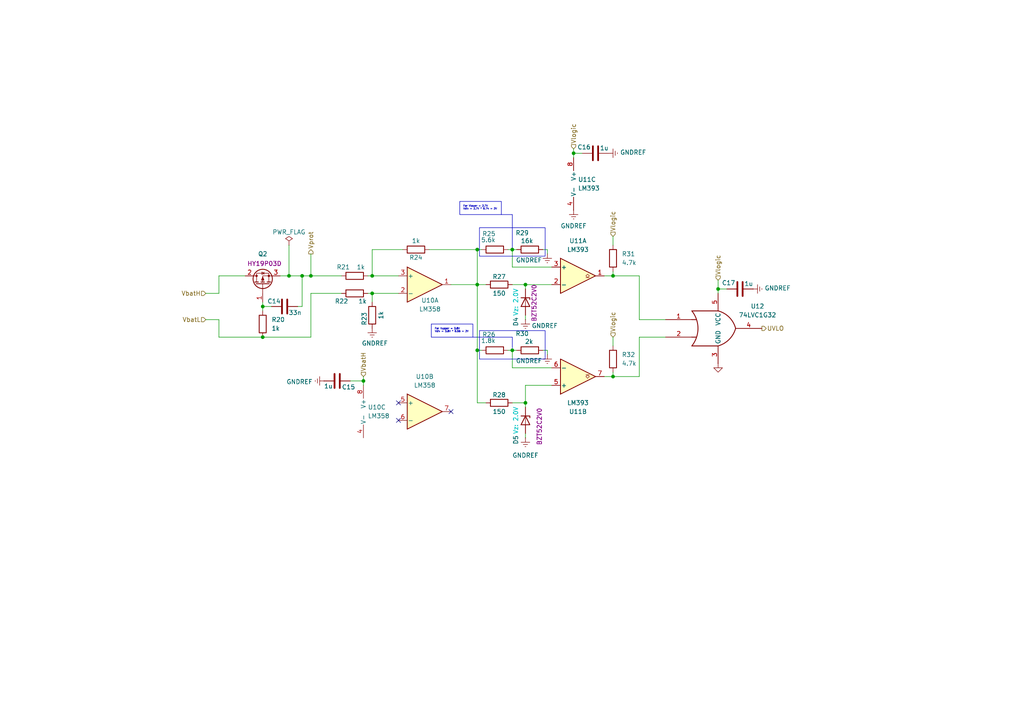
<source format=kicad_sch>
(kicad_sch (version 20250114) (generator "eeschema") (generator_version "9.0")
  (paper "A4")
  (lib_symbols
    (symbol "74xGxx:74LVC1G32"
      (property "Reference" "U" (at -5.08 7.62 0))
      (property "Value" "74LVC1G32" (at 7.62 -7.62 0))
      (symbol "74LVC1G32_0_1"
        (arc (start -7.62 5.08) (mid -5.838 0) (end -7.62 -5.08) (stroke (width 0.254)))
        (polyline (pts (xy -7.62 2.54) (xy -6.35 2.54)) (stroke (width 0.254)) (fill (type background)))
        (polyline (pts (xy -7.62 -2.54) (xy -6.35 -2.54)) (stroke (width 0.254)) (fill (type background)))
        (arc (start 5.08 0) (mid 3.202 -3.202) (end 0 -5.08) (stroke (width 0.254)))
        (arc (start 0 5.08) (mid 3.2271 3.2271) (end 5.08 0) (stroke (width 0.254)))
        (polyline (pts (xy 0 5.08) (xy -7.62 5.08)) (stroke (width 0.254)) (fill (type background)))
        (polyline (pts (xy 0 -5.08) (xy -7.62 -5.08)) (stroke (width 0.254)) (fill (type background)))
      )
      (symbol "74LVC1G32_1_1"
        (pin input line (at -15.24 2.54 0) (length 7.62) (name "~") (number "1"))
        (pin input line (at -15.24 -2.54 0) (length 7.62) (name "~") (number "2"))
        (pin power_in line (at 0 10.16 270) (length 5.08) (name "VCC") (number "5"))
        (pin power_in line (at 0 -10.16 90) (length 5.08) (name "GND") (number "3"))
        (pin output line (at 12.7 0 180) (length 7.62) (name "~") (number "4"))
      )
    )
    (symbol "Amplifier_Operational:LM358" (pin_names (offset 0.127))
      (property "Reference" "U" (at 0 5.08 0))
      (property "Value" "LM358" (at 0 -5.08 0))
      (symbol "LM358_1_1"
        (polyline (pts (xy -5.08 5.08) (xy 5.08 0) (xy -5.08 -5.08) (xy -5.08 5.08)) (stroke (width 0.254)) (fill (type background)))
        (pin input line (at -7.62 2.54 0) (length 2.54) (name "+") (number "3"))
        (pin input line (at -7.62 -2.54 0) (length 2.54) (name "-") (number "2"))
        (pin output line (at 7.62 0 180) (length 2.54) (name "~") (number "1"))
      )
      (symbol "LM358_2_1"
        (polyline (pts (xy -5.08 5.08) (xy 5.08 0) (xy -5.08 -5.08) (xy -5.08 5.08)) (stroke (width 0.254)) (fill (type background)))
        (pin input line (at -7.62 2.54 0) (length 2.54) (name "+") (number "5"))
        (pin input line (at -7.62 -2.54 0) (length 2.54) (name "-") (number "6"))
        (pin output line (at 7.62 0 180) (length 2.54) (name "~") (number "7"))
      )
      (symbol "LM358_3_1"
        (pin power_in line (at -2.54 7.62 270) (length 3.81) (name "V+") (number "8"))
        (pin power_in line (at -2.54 -7.62 90) (length 3.81) (name "V-") (number "4"))
      )
    )
    (symbol "Comparator:LM393" (pin_names (offset 0.127))
      (property "Reference" "U" (at 3.81 3.81 0))
      (property "Value" "LM393" (at 6.35 -3.81 0))
      (symbol "LM393_1_1"
        (polyline (pts (xy -5.08 5.08) (xy 5.08 0) (xy -5.08 -5.08) (xy -5.08 5.08)) (stroke (width 0.254)) (fill (type background)))
        (polyline (pts (xy 3.302 -0.508) (xy 2.794 -0.508) (xy 3.302 0) (xy 2.794 0.508) (xy 2.286 0) (xy 2.794 -0.508) (xy 2.286 -0.508)) (stroke (width 0.127)))
        (pin input line (at -7.62 2.54 0) (length 2.54) (name "+") (number "3"))
        (pin input line (at -7.62 -2.54 0) (length 2.54) (name "-") (number "2"))
        (pin open_collector line (at 7.62 0 180) (length 2.54) (name "~") (number "1"))
      )
      (symbol "LM393_2_1"
        (polyline (pts (xy -5.08 5.08) (xy 5.08 0) (xy -5.08 -5.08) (xy -5.08 5.08)) (stroke (width 0.254)) (fill (type background)))
        (polyline (pts (xy 3.302 -0.508) (xy 2.794 -0.508) (xy 3.302 0) (xy 2.794 0.508) (xy 2.286 0) (xy 2.794 -0.508) (xy 2.286 -0.508)) (stroke (width 0.127)))
        (pin input line (at -7.62 2.54 0) (length 2.54) (name "+") (number "5"))
        (pin input line (at -7.62 -2.54 0) (length 2.54) (name "-") (number "6"))
        (pin open_collector line (at 7.62 0 180) (length 2.54) (name "~") (number "7"))
      )
      (symbol "LM393_3_1"
        (pin power_in line (at -2.54 7.62 270) (length 3.81) (name "V+") (number "8"))
        (pin power_in line (at -2.54 -7.62 90) (length 3.81) (name "V-") (number "4"))
      )
    )
    (symbol "Device:C" (pin_numbers (hide yes)) (pin_names (offset 0.254))
      (property "Reference" "C" (at 0.635 2.54 0))
      (property "Value" "C" (at 0.635 -2.54 0))
      (symbol "C_0_1"
        (polyline (pts (xy -2.032 0.762) (xy 2.032 0.762)) (stroke (width 0.508)))
        (polyline (pts (xy -2.032 -0.762) (xy 2.032 -0.762)) (stroke (width 0.508)))
      )
      (symbol "C_1_1"
        (pin passive line (at 0 3.81 270) (length 2.794) (name "~") (number "1"))
        (pin passive line (at 0 -3.81 90) (length 2.794) (name "~") (number "2"))
      )
    )
    (symbol "Device:R" (pin_numbers (hide yes)) (pin_names (offset 0))
      (property "Reference" "R" (at 2.032 0 90))
      (property "Value" "R" (at 0 0 90))
      (symbol "R_0_1"
        (rectangle (start -1.016 -2.54) (end 1.016 2.54) (stroke (width 0.254)))
      )
      (symbol "R_1_1"
        (pin passive line (at 0 3.81 270) (length 1.27) (name "~") (number "1"))
        (pin passive line (at 0 -3.81 90) (length 1.27) (name "~") (number "2"))
      )
    )
    (symbol "Diode:BZT52Bxx" (pin_numbers (hide yes)) (pin_names (hide yes))
      (property "Reference" "D" (at 0 2.54 0))
      (property "Value" "BZT52Bxx" (at 0 -2.54 0))
      (symbol "BZT52Bxx_0_1"
        (polyline (pts (xy -1.27 -1.27) (xy -1.27 1.27) (xy -0.762 1.27)) (stroke (width 0.254)))
        (polyline (pts (xy 1.27 0) (xy -1.27 0)))
        (polyline (pts (xy 1.27 -1.27) (xy 1.27 1.27) (xy -1.27 0) (xy 1.27 -1.27)) (stroke (width 0.254)))
      )
      (symbol "BZT52Bxx_1_1"
        (pin passive line (at -3.81 0 0) (length 2.54) (name "K") (number "1"))
        (pin passive line (at 3.81 0 180) (length 2.54) (name "A") (number "2"))
      )
    )
    (symbol "Transistor_FET:Q_PMOS_GDS" (pin_names (offset 0) (hide yes))
      (property "Reference" "Q" (at 5.08 1.905 0))
      (property "Value" "Q_PMOS_GDS" (at 5.08 0 0))
      (symbol "Q_PMOS_GDS_0_1"
        (polyline (pts (xy 0.254 1.905) (xy 0.254 -1.905)) (stroke (width 0.254)))
        (polyline (pts (xy 0.254 0) (xy -2.54 0)))
        (polyline (pts (xy 0.762 2.286) (xy 0.762 1.27)) (stroke (width 0.254)))
        (polyline (pts (xy 0.762 1.778) (xy 3.302 1.778) (xy 3.302 -1.778) (xy 0.762 -1.778)))
        (polyline (pts (xy 0.762 0.508) (xy 0.762 -0.508)) (stroke (width 0.254)))
        (polyline (pts (xy 0.762 -1.27) (xy 0.762 -2.286)) (stroke (width 0.254)))
        (circle (center 1.651 0) (radius 2.794) (stroke (width 0.254)))
        (polyline (pts (xy 2.286 0) (xy 1.27 0.381) (xy 1.27 -0.381) (xy 2.286 0)) (fill (type outline)))
        (polyline (pts (xy 2.54 2.54) (xy 2.54 1.778)))
        (circle (center 2.54 1.778) (radius 0.254) (fill (type outline)))
        (circle (center 2.54 -1.778) (radius 0.254) (fill (type outline)))
        (polyline (pts (xy 2.54 -2.54) (xy 2.54 0) (xy 0.762 0)))
        (polyline (pts (xy 2.921 -0.381) (xy 3.683 -0.381)))
        (polyline (pts (xy 3.302 -0.381) (xy 2.921 0.254) (xy 3.683 0.254) (xy 3.302 -0.381)))
      )
      (symbol "Q_PMOS_GDS_1_1"
        (pin input line (at -5.08 0 0) (length 2.54) (name "G") (number "1"))
        (pin passive line (at 2.54 5.08 270) (length 2.54) (name "D") (number "2"))
        (pin passive line (at 2.54 -5.08 90) (length 2.54) (name "S") (number "3"))
      )
    )
    (symbol "power:GND" (power) (pin_numbers (hide yes)) (pin_names (offset 0) (hide yes))
      (property "Value" "GND" (at 0 -3.81 0))
      (symbol "GND_0_1"
        (polyline (pts (xy 0 0) (xy 0 -1.27) (xy 1.27 -1.27) (xy 0 -2.54) (xy -1.27 -1.27) (xy 0 -1.27)))
      )
      (symbol "GND_1_1"
        (pin power_in line (at 0 0 270) (length 0) (name "~") (number "1"))
      )
    )
    (symbol "power:GNDREF" (power) (pin_numbers (hide yes)) (pin_names (offset 0) (hide yes))
      (property "Value" "GNDREF" (at 0 -3.81 0))
      (symbol "GNDREF_0_1"
        (polyline (pts (xy -0.635 -1.905) (xy 0.635 -1.905)))
        (polyline (pts (xy -0.127 -2.54) (xy 0.127 -2.54)))
        (polyline (pts (xy 0 -1.27) (xy 0 0)))
        (polyline (pts (xy 1.27 -1.27) (xy -1.27 -1.27)))
      )
      (symbol "GNDREF_1_1"
        (pin power_in line (at 0 0 270) (length 0) (name "~") (number "1"))
      )
    )
    (symbol "power:PWR_FLAG" (power) (pin_numbers (hide yes)) (pin_names (offset 0) (hide yes))
      (property "Value" "PWR_FLAG" (at 0 3.81 0))
      (symbol "PWR_FLAG_0_0"
        (pin power_out line (at 0 0 90) (length 0) (name "~") (number "1"))
      )
      (symbol "PWR_FLAG_0_1"
        (polyline (pts (xy 0 0) (xy 0 1.27) (xy -1.016 1.905) (xy 0 2.54) (xy 1.016 1.905) (xy 0 1.27)))
      )
    )
  )
  (rectangle (start 139.065 95.885) (end 158.115 104.14))
  (rectangle (start 139.065 66.04) (end 158.115 74.295))
  (text_box "For Vlower = 2.7V\nVdiv = 2.7V * 0.74 = 2V" (at 133.35 58.42 0) (size 12.065 3.81) (margins 0.9525 0.9525 0.9525 0.9525) (effects (font (size 0.508 0.508)) (justify left top)))
  (text_box "For Vupper = 3.8V\nVdiv = 3.8V * 0.56 = 2V" (at 125.095 93.98 0) (size 12.065 3.81) (margins 0.9525 0.9525 0.9525 0.9525) (effects (font (size 0.508 0.508)) (justify left top)))
  (junction (at 76.2 88.9))
  (junction (at 107.95 85.09))
  (junction (at 138.43 82.55))
  (junction (at 87.63 80.01))
  (junction (at 107.95 80.01))
  (junction (at 152.4 82.55))
  (junction (at 152.4 116.84))
  (junction (at 90.17 80.01))
  (junction (at 177.8 109.22))
  (junction (at 208.28 83.82))
  (junction (at 105.41 110.49))
  (junction (at 83.82 80.01))
  (junction (at 138.43 72.39))
  (junction (at 148.59 72.39))
  (junction (at 76.2 97.79))
  (junction (at 166.37 44.45))
  (junction (at 177.8 80.01))
  (junction (at 148.59 101.6))
  (junction (at 138.43 101.6))
  (no_connect (at 115.57 116.84))
  (no_connect (at 130.81 119.38))
  (no_connect (at 115.57 121.92))
  (wire (pts (xy 177.8 109.22) (xy 175.26 109.22)))
  (wire (pts (xy 90.17 85.09) (xy 90.17 97.79)))
  (wire (pts (xy 148.59 106.68) (xy 148.59 101.6)))
  (wire (pts (xy 63.5 85.09) (xy 63.5 80.01)))
  (wire (pts (xy 81.28 80.01) (xy 83.82 80.01)))
  (polyline (pts (xy 148.59 72.39) (xy 148.59 62.23)))
  (wire (pts (xy 107.95 85.09) (xy 115.57 85.09)))
  (wire (pts (xy 185.42 97.79) (xy 193.04 97.79)))
  (wire (pts (xy 116.84 72.39) (xy 107.95 72.39)))
  (wire (pts (xy 76.2 88.9) (xy 78.74 88.9)))
  (wire (pts (xy 105.41 110.49) (xy 105.41 111.76)))
  (wire (pts (xy 90.17 73.66) (xy 90.17 80.01)))
  (wire (pts (xy 138.43 72.39) (xy 138.43 82.55)))
  (wire (pts (xy 158.75 73.66) (xy 158.75 72.39)))
  (wire (pts (xy 124.46 72.39) (xy 138.43 72.39)))
  (wire (pts (xy 63.5 80.01) (xy 71.12 80.01)))
  (wire (pts (xy 59.69 92.71) (xy 63.5 92.71)))
  (wire (pts (xy 177.8 78.74) (xy 177.8 80.01)))
  (wire (pts (xy 59.69 85.09) (xy 63.5 85.09)))
  (wire (pts (xy 148.59 77.47) (xy 148.59 72.39)))
  (wire (pts (xy 177.8 80.01) (xy 185.42 80.01)))
  (wire (pts (xy 86.36 88.9) (xy 87.63 88.9)))
  (polyline (pts (xy 137.16 97.79) (xy 148.59 97.79)))
  (wire (pts (xy 160.02 106.68) (xy 148.59 106.68)))
  (wire (pts (xy 208.28 83.82) (xy 208.28 85.09)))
  (wire (pts (xy 147.32 72.39) (xy 148.59 72.39)))
  (wire (pts (xy 166.37 44.45) (xy 166.37 45.72)))
  (polyline (pts (xy 145.415 62.23) (xy 148.59 62.23)))
  (wire (pts (xy 185.42 80.01) (xy 185.42 92.71)))
  (wire (pts (xy 139.7 101.6) (xy 138.43 101.6)))
  (wire (pts (xy 138.43 82.55) (xy 138.43 101.6)))
  (wire (pts (xy 158.75 102.87) (xy 158.75 101.6)))
  (polyline (pts (xy 148.59 100.965) (xy 148.59 97.79)))
  (wire (pts (xy 63.5 97.79) (xy 76.2 97.79)))
  (wire (pts (xy 90.17 85.09) (xy 99.06 85.09)))
  (wire (pts (xy 152.4 125.73) (xy 152.4 127)))
  (wire (pts (xy 148.59 101.6) (xy 149.86 101.6)))
  (wire (pts (xy 107.95 85.09) (xy 107.95 87.63)))
  (wire (pts (xy 83.82 71.12) (xy 83.82 80.01)))
  (wire (pts (xy 101.6 110.49) (xy 105.41 110.49)))
  (wire (pts (xy 107.95 80.01) (xy 115.57 80.01)))
  (wire (pts (xy 148.59 116.84) (xy 152.4 116.84)))
  (wire (pts (xy 105.41 109.22) (xy 105.41 110.49)))
  (wire (pts (xy 152.4 83.82) (xy 152.4 82.55)))
  (wire (pts (xy 152.4 111.76) (xy 152.4 116.84)))
  (wire (pts (xy 87.63 88.9) (xy 87.63 80.01)))
  (wire (pts (xy 160.02 77.47) (xy 148.59 77.47)))
  (wire (pts (xy 208.28 81.28) (xy 208.28 83.82)))
  (wire (pts (xy 185.42 97.79) (xy 185.42 109.22)))
  (wire (pts (xy 140.97 116.84) (xy 138.43 116.84)))
  (wire (pts (xy 177.8 107.95) (xy 177.8 109.22)))
  (wire (pts (xy 87.63 80.01) (xy 90.17 80.01)))
  (wire (pts (xy 185.42 92.71) (xy 193.04 92.71)))
  (wire (pts (xy 166.37 44.45) (xy 168.91 44.45)))
  (wire (pts (xy 76.2 90.17) (xy 76.2 88.9)))
  (wire (pts (xy 177.8 109.22) (xy 185.42 109.22)))
  (wire (pts (xy 152.4 91.44) (xy 152.4 92.71)))
  (wire (pts (xy 160.02 111.76) (xy 152.4 111.76)))
  (wire (pts (xy 177.8 68.58) (xy 177.8 71.12)))
  (wire (pts (xy 147.32 101.6) (xy 148.59 101.6)))
  (wire (pts (xy 106.68 85.09) (xy 107.95 85.09)))
  (wire (pts (xy 76.2 87.63) (xy 76.2 88.9)))
  (wire (pts (xy 140.97 82.55) (xy 138.43 82.55)))
  (wire (pts (xy 166.37 43.18) (xy 166.37 44.45)))
  (wire (pts (xy 208.28 83.82) (xy 210.82 83.82)))
  (wire (pts (xy 90.17 80.01) (xy 99.06 80.01)))
  (wire (pts (xy 175.26 80.01) (xy 177.8 80.01)))
  (wire (pts (xy 130.81 82.55) (xy 138.43 82.55)))
  (wire (pts (xy 139.7 72.39) (xy 138.43 72.39)))
  (wire (pts (xy 158.75 101.6) (xy 157.48 101.6)))
  (wire (pts (xy 83.82 80.01) (xy 87.63 80.01)))
  (wire (pts (xy 177.8 97.79) (xy 177.8 100.33)))
  (wire (pts (xy 138.43 116.84) (xy 138.43 101.6)))
  (wire (pts (xy 63.5 92.71) (xy 63.5 97.79)))
  (wire (pts (xy 107.95 72.39) (xy 107.95 80.01)))
  (wire (pts (xy 76.2 97.79) (xy 90.17 97.79)))
  (wire (pts (xy 148.59 72.39) (xy 149.86 72.39)))
  (wire (pts (xy 148.59 82.55) (xy 152.4 82.55)))
  (wire (pts (xy 106.68 80.01) (xy 107.95 80.01)))
  (wire (pts (xy 158.75 72.39) (xy 157.48 72.39)))
  (wire (pts (xy 152.4 82.55) (xy 160.02 82.55)))
  (wire (pts (xy 152.4 118.11) (xy 152.4 116.84)))
  (hierarchical_label "VbatL" (shape input) (at 59.69 92.71 180))
  (hierarchical_label "UVLO" (shape output) (at 220.98 95.25 0))
  (hierarchical_label "VbatH" (shape input) (at 105.41 109.22 90))
  (hierarchical_label "Vlogic" (shape input) (at 177.8 97.79 90))
  (hierarchical_label "Vlogic" (shape input) (at 177.8 68.58 90))
  (hierarchical_label "Vprot" (shape output) (at 90.17 73.66 90))
  (hierarchical_label "Vlogic" (shape input) (at 166.37 43.18 90))
  (hierarchical_label "Vlogic" (shape input) (at 208.28 81.28 90))
  (hierarchical_label "VbatH" (shape input) (at 59.69 85.09 180))
  (symbol (lib_id "Diode:BZT52Bxx") (at 152.4 87.63 270) (unit 1)
    (property "Reference" "D2" (at 149.606 91.948 0) (effects (justify left)))
    (property "Value" "BZT52Bxx" (effects (hide yes)))
    (property "Footprint" "Diode_SMD:D_SOD-123F" (effects (hide yes)))
    (property "Datasheet" "https://diotec.com/tl_files/diotec/files/pdf/datasheets/bzt52b2v4.pdf" (effects (hide yes)))
    (property "Description" "500mW Zener Diode, SOD-123F" (effects (hide yes)))
    (property "PN" "BZT52C2V0" (at 154.94 87.884 0))
    (property "Vz" "2.0V" (at 149.606 87.63 0) (show_name yes))
    (instances (project "PowerMonitor" (path "" (reference "D4") (unit 1)) (path "" (reference "D2") (unit 1)) (path "" (reference "D6") (unit 1))))
  )
  (symbol (lib_id "Device:C") (at 97.79 110.49 270) (unit 1)
    (property "Reference" "C11" (at 101.092 112.268 90))
    (property "Value" "1u" (at 95.25 112.014 90))
    (property "Footprint" "Capacitor_SMD:C_0603_1608Metric_Pad1.08x0.95mm_HandSolder" (effects (hide yes)))
    (property "Description" "Unpolarized capacitor" (effects (hide yes)))
    (instances (project "PowerMonitor" (path "" (reference "C15") (unit 1)) (path "" (reference "C11") (unit 1)) (path "" (reference "C19") (unit 1))))
  )
  (symbol (lib_id "power:GNDREF") (at 107.95 95.25 0) (unit 1)
    (property "Reference" "#PWR035" (effects (hide yes)))
    (property "Value" "GNDREF" (at 108.712 99.568 0))
    (property "Description" "Power symbol creates a global label with name \"GNDREF\" , reference supply ground" (effects (hide yes)))
    (instances (project "PowerMonitor" (path "" (reference "#PWR045") (unit 1)) (path "" (reference "#PWR035") (unit 1)) (path "" (reference "#PWR055") (unit 1))))
  )
  (symbol (lib_id "Amplifier_Operational:LM358") (at 107.95 119.38 0) (unit 1)
    (property "Reference" "U5" (at 106.68 118.1099 0) (effects (justify left)))
    (property "Value" "LM358" (at 106.68 120.6499 0) (effects (justify left)))
    (property "Footprint" "Package_SO:SOIC-8_3.9x4.9mm_P1.27mm" (effects (hide yes)))
    (property "Datasheet" "http://www.ti.com/lit/ds/symlink/lm2904-n.pdf" (effects (hide yes)))
    (property "Description" "Low-Power, Dual Operational Amplifiers, DIP-8/SOIC-8/TO-99-8" (effects (hide yes)))
    (property "PN" "LM358-TD" (effects (hide yes)))
    (instances (project "PowerMonitor" (path "" (reference "U10") (unit 3)) (path "" (reference "U5") (unit 1)) (path "" (reference "U13") (unit 3))))
  )
  (symbol (lib_id "power:GNDREF") (at 218.44 83.82 90) (unit 1)
    (property "Reference" "#PWR043" (effects (hide yes)))
    (property "Value" "GNDREF" (at 225.552 83.566 90))
    (property "Description" "Power symbol creates a global label with name \"GNDREF\" , reference supply ground" (effects (hide yes)))
    (instances (project "PowerMonitor" (path "" (reference "#PWR053") (unit 1)) (path "" (reference "#PWR043") (unit 1)) (path "" (reference "#PWR063") (unit 1))))
  )
  (symbol (lib_id "Device:R") (at 120.65 72.39 270) (unit 1)
    (property "Reference" "R11" (at 120.65 74.676 90))
    (property "Value" "1k" (at 120.65 69.85 90))
    (property "Footprint" "Resistor_SMD:R_0603_1608Metric_Pad0.98x0.95mm_HandSolder" (effects (hide yes)))
    (property "Description" "Resistor" (effects (hide yes)))
    (instances (project "PowerMonitor" (path "" (reference "R24") (unit 1)) (path "" (reference "R11") (unit 1)) (path "" (reference "R37") (unit 1))))
  )
  (symbol (lib_id "Device:R") (at 143.51 101.6 270) (unit 1)
    (property "Reference" "R13" (at 143.764 97.028 90) (effects (justify right)))
    (property "Value" "1.8k" (at 143.764 98.806 90) (effects (justify right)))
    (property "Footprint" "Resistor_SMD:R_0603_1608Metric_Pad0.98x0.95mm_HandSolder" (effects (hide yes)))
    (property "Description" "Resistor" (effects (hide yes)))
    (instances (project "PowerMonitor" (path "" (reference "R26") (unit 1)) (path "" (reference "R13") (unit 1)) (path "" (reference "R39") (unit 1))))
  )
  (symbol (lib_id "Amplifier_Operational:LM358") (at 123.19 82.55 0) (unit 1)
    (property "Reference" "U6" (at 124.714 87.122 0))
    (property "Value" "LM358" (at 124.714 89.662 0))
    (property "Footprint" "Package_SO:SOIC-8_3.9x4.9mm_P1.27mm" (effects (hide yes)))
    (property "Datasheet" "http://www.ti.com/lit/ds/symlink/lm2904-n.pdf" (effects (hide yes)))
    (property "Description" "Low-Power, Dual Operational Amplifiers, DIP-8/SOIC-8/TO-99-8" (effects (hide yes)))
    (property "PN" "LM358-TD" (effects (hide yes)))
    (instances (project "PowerMonitor" (path "" (reference "U10") (unit 1)) (path "" (reference "U6") (unit 1)) (path "" (reference "U13") (unit 1))))
  )
  (symbol (lib_id "Comparator:LM393") (at 167.64 80.01 0) (unit 1)
    (property "Reference" "U8" (at 167.64 69.85 0))
    (property "Value" "LM393" (at 167.64 72.39 0))
    (property "Footprint" "Package_SO:SOIC-8_3.9x4.9mm_P1.27mm" (effects (hide yes)))
    (property "Datasheet" "http://www.ti.com/lit/ds/symlink/lm393.pdf" (effects (hide yes)))
    (property "Description" "Low-Power, Low-Offset Voltage, Dual Comparators, DIP-8/SOIC-8/TO-99-8" (effects (hide yes)))
    (instances (project "PowerMonitor" (path "" (reference "U11") (unit 1)) (path "" (reference "U8") (unit 1)) (path "" (reference "U14") (unit 1))))
  )
  (symbol (lib_id "power:GNDREF") (at 152.4 92.71 0) (unit 1)
    (property "Reference" "#PWR036" (effects (hide yes)))
    (property "Value" "GNDREF" (at 157.988 94.488 0))
    (property "Description" "Power symbol creates a global label with name \"GNDREF\" , reference supply ground" (effects (hide yes)))
    (instances (project "PowerMonitor" (path "" (reference "#PWR046") (unit 1)) (path "" (reference "#PWR036") (unit 1)) (path "" (reference "#PWR056") (unit 1))))
  )
  (symbol (lib_id "power:GND") (at 208.28 105.41 0) (unit 1)
    (property "Reference" "#PWR042" (effects (hide yes)))
    (property "Value" "GND" (effects (hide yes)))
    (property "Description" "Power symbol creates a global label with name \"GND\" , ground" (effects (hide yes)))
    (instances (project "PowerMonitor" (path "" (reference "#PWR052") (unit 1)) (path "" (reference "#PWR042") (unit 1)) (path "" (reference "#PWR062") (unit 1))))
  )
  (symbol (lib_id "Transistor_FET:Q_PMOS_GDS") (at 76.2 82.55 90) (unit 1)
    (property "Reference" "Q1" (at 76.2 73.66 90))
    (property "Value" "Q_PMOS_GDS" (effects (hide yes)))
    (property "Footprint" "Package_TO_SOT_SMD:TO-252-2" (effects (hide yes)))
    (property "Description" "P-MOSFET transistor, gate/drain/source" (effects (hide yes)))
    (property "PN" "HY19P03D" (at 76.708 76.454 90))
    (instances (project "PowerMonitor" (path "" (reference "Q2") (unit 1)) (path "" (reference "Q1") (unit 1)) (path "" (reference "Q3") (unit 1))))
  )
  (symbol (lib_id "power:GNDREF") (at 152.4 127 0) (unit 1)
    (property "Reference" "#PWR037" (effects (hide yes)))
    (property "Value" "GNDREF" (at 152.4 132.08 0))
    (property "Description" "Power symbol creates a global label with name \"GNDREF\" , reference supply ground" (effects (hide yes)))
    (instances (project "PowerMonitor" (path "" (reference "#PWR047") (unit 1)) (path "" (reference "#PWR037") (unit 1)) (path "" (reference "#PWR057") (unit 1))))
  )
  (symbol (lib_id "power:GNDREF") (at 158.75 102.87 0) (unit 1)
    (property "Reference" "#PWR039" (effects (hide yes)))
    (property "Value" "GNDREF" (at 153.416 104.648 0))
    (property "Description" "Power symbol creates a global label with name \"GNDREF\" , reference supply ground" (effects (hide yes)))
    (instances (project "PowerMonitor" (path "" (reference "#PWR049") (unit 1)) (path "" (reference "#PWR039") (unit 1)) (path "" (reference "#PWR059") (unit 1))))
  )
  (symbol (lib_id "Amplifier_Operational:LM358") (at 123.19 119.38 0) (unit 1)
    (property "Reference" "U7" (at 123.19 109.22 0))
    (property "Value" "LM358" (at 123.19 111.76 0))
    (property "Footprint" "Package_SO:SOIC-8_3.9x4.9mm_P1.27mm" (effects (hide yes)))
    (property "Datasheet" "http://www.ti.com/lit/ds/symlink/lm2904-n.pdf" (effects (hide yes)))
    (property "Description" "Low-Power, Dual Operational Amplifiers, DIP-8/SOIC-8/TO-99-8" (effects (hide yes)))
    (property "PN" "LM358-TD" (effects (hide yes)))
    (instances (project "PowerMonitor" (path "" (reference "U10") (unit 2)) (path "" (reference "U7") (unit 1)) (path "" (reference "U13") (unit 2))))
  )
  (symbol (lib_id "Device:R") (at 144.78 116.84 90) (unit 1)
    (property "Reference" "R15" (at 144.78 114.554 90))
    (property "Value" "150" (at 144.78 119.38 90))
    (property "Footprint" "Resistor_SMD:R_0603_1608Metric_Pad0.98x0.95mm_HandSolder" (effects (hide yes)))
    (property "Description" "Resistor" (effects (hide yes)))
    (instances (project "PowerMonitor" (path "" (reference "R28") (unit 1)) (path "" (reference "R15") (unit 1)) (path "" (reference "R41") (unit 1))))
  )
  (symbol (lib_id "power:PWR_FLAG") (at 83.82 71.12 0) (unit 1)
    (property "Reference" "#FLG03" (effects (hide yes)))
    (property "Value" "PWR_FLAG" (at 83.82 67.31 0))
    (property "Description" "Special symbol for telling ERC where power comes from" (effects (hide yes)))
    (instances (project "PowerMonitor" (path "" (reference "#FLG04") (unit 1)) (path "" (reference "#FLG03") (unit 1)) (path "" (reference "#FLG05") (unit 1))))
  )
  (symbol (lib_id "Device:R") (at 102.87 85.09 270) (unit 1)
    (property "Reference" "R9" (at 99.06 87.376 90))
    (property "Value" "1k" (at 105.156 87.376 90))
    (property "Footprint" "Resistor_SMD:R_0603_1608Metric_Pad0.98x0.95mm_HandSolder" (effects (hide yes)))
    (property "Description" "Resistor" (effects (hide yes)))
    (instances (project "PowerMonitor" (path "" (reference "R22") (unit 1)) (path "" (reference "R9") (unit 1)) (path "" (reference "R35") (unit 1))))
  )
  (symbol (lib_id "power:GNDREF") (at 166.37 60.96 0) (unit 1)
    (property "Reference" "#PWR040" (effects (hide yes)))
    (property "Value" "GNDREF" (at 166.37 65.532 0))
    (property "Description" "Power symbol creates a global label with name \"GNDREF\" , reference supply ground" (effects (hide yes)))
    (instances (project "PowerMonitor" (path "" (reference "#PWR050") (unit 1)) (path "" (reference "#PWR040") (unit 1)) (path "" (reference "#PWR060") (unit 1))))
  )
  (symbol (lib_id "Device:R") (at 107.95 91.44 180) (unit 1)
    (property "Reference" "R10" (at 105.664 92.456 90))
    (property "Value" "1k" (at 110.49 91.44 90))
    (property "Footprint" "Resistor_SMD:R_0603_1608Metric_Pad0.98x0.95mm_HandSolder" (effects (hide yes)))
    (property "Description" "Resistor" (effects (hide yes)))
    (instances (project "PowerMonitor" (path "" (reference "R23") (unit 1)) (path "" (reference "R10") (unit 1)) (path "" (reference "R36") (unit 1))))
  )
  (symbol (lib_id "Device:R") (at 153.67 72.39 270) (unit 1)
    (property "Reference" "R16" (at 153.416 67.564 90) (effects (justify right)))
    (property "Value" "16k" (at 154.686 69.85 90) (effects (justify right)))
    (property "Footprint" "Resistor_SMD:R_0603_1608Metric_Pad0.98x0.95mm_HandSolder" (effects (hide yes)))
    (property "Description" "Resistor" (effects (hide yes)))
    (instances (project "PowerMonitor" (path "" (reference "R29") (unit 1)) (path "" (reference "R16") (unit 1)) (path "" (reference "R42") (unit 1))))
  )
  (symbol (lib_id "Device:C") (at 82.55 88.9 90) (unit 1)
    (property "Reference" "C10" (at 79.502 87.376 90))
    (property "Value" "33n" (at 85.598 90.678 90))
    (property "Footprint" "Capacitor_SMD:C_0603_1608Metric_Pad1.08x0.95mm_HandSolder" (effects (hide yes)))
    (property "Description" "Unpolarized capacitor" (effects (hide yes)))
    (instances (project "PowerMonitor" (path "" (reference "C14") (unit 1)) (path "" (reference "C10") (unit 1)) (path "" (reference "C18") (unit 1))))
  )
  (symbol (lib_id "Device:R") (at 144.78 82.55 90) (unit 1)
    (property "Reference" "R14" (at 144.78 80.264 90))
    (property "Value" "150" (at 144.78 85.09 90))
    (property "Footprint" "Resistor_SMD:R_0603_1608Metric_Pad0.98x0.95mm_HandSolder" (effects (hide yes)))
    (property "Description" "Resistor" (effects (hide yes)))
    (instances (project "PowerMonitor" (path "" (reference "R27") (unit 1)) (path "" (reference "R14") (unit 1)) (path "" (reference "R40") (unit 1))))
  )
  (symbol (lib_id "Comparator:LM393") (at 168.91 53.34 0) (unit 3)
    (property "Reference" "U8" (at 167.64 52.0699 0) (effects (justify left)))
    (property "Value" "LM393" (at 167.64 54.6099 0) (effects (justify left)))
    (property "Footprint" "Package_SO:SOIC-8_3.9x4.9mm_P1.27mm" (effects (hide yes)))
    (property "Datasheet" "http://www.ti.com/lit/ds/symlink/lm393.pdf" (effects (hide yes)))
    (property "Description" "Low-Power, Low-Offset Voltage, Dual Comparators, DIP-8/SOIC-8/TO-99-8" (effects (hide yes)))
    (instances (project "PowerMonitor" (path "" (reference "U11") (unit 3)) (path "" (reference "U8") (unit 3)) (path "" (reference "U14") (unit 3))))
  )
  (symbol (lib_id "Device:R") (at 102.87 80.01 270) (unit 1)
    (property "Reference" "R8" (at 99.568 77.47 90))
    (property "Value" "1k" (at 104.648 77.47 90))
    (property "Footprint" "Resistor_SMD:R_0603_1608Metric_Pad0.98x0.95mm_HandSolder" (effects (hide yes)))
    (property "Description" "Resistor" (effects (hide yes)))
    (instances (project "PowerMonitor" (path "" (reference "R21") (unit 1)) (path "" (reference "R8") (unit 1)) (path "" (reference "R34") (unit 1))))
  )
  (symbol (lib_id "Device:C") (at 172.72 44.45 90) (unit 1)
    (property "Reference" "C12" (at 169.418 42.672 90))
    (property "Value" "1u" (at 175.26 42.926 90))
    (property "Footprint" "Capacitor_SMD:C_0603_1608Metric_Pad1.08x0.95mm_HandSolder" (effects (hide yes)))
    (property "Description" "Unpolarized capacitor" (effects (hide yes)))
    (instances (project "PowerMonitor" (path "" (reference "C16") (unit 1)) (path "" (reference "C12") (unit 1)) (path "" (reference "C20") (unit 1))))
  )
  (symbol (lib_id "Diode:BZT52Bxx") (at 152.4 121.92 270) (unit 1)
    (property "Reference" "D3" (at 149.606 126.238 0) (effects (justify left)))
    (property "Value" "BZT52Bxx" (effects (hide yes)))
    (property "Footprint" "Diode_SMD:D_SOD-123F" (effects (hide yes)))
    (property "Datasheet" "https://diotec.com/tl_files/diotec/files/pdf/datasheets/bzt52b2v4.pdf" (effects (hide yes)))
    (property "Description" "500mW Zener Diode, SOD-123F" (effects (hide yes)))
    (property "PN" "BZT52C2V0" (at 156.464 123.698 0))
    (property "Vz" "2.0V" (at 149.606 121.92 0) (show_name yes))
    (instances (project "PowerMonitor" (path "" (reference "D5") (unit 1)) (path "" (reference "D3") (unit 1)) (path "" (reference "D7") (unit 1))))
  )
  (symbol (lib_id "Device:R") (at 153.67 101.6 270) (unit 1)
    (property "Reference" "R17" (at 153.416 96.774 90) (effects (justify right)))
    (property "Value" "2k" (at 154.686 99.06 90) (effects (justify right)))
    (property "Footprint" "Resistor_SMD:R_0603_1608Metric_Pad0.98x0.95mm_HandSolder" (effects (hide yes)))
    (property "Description" "Resistor" (effects (hide yes)))
    (instances (project "PowerMonitor" (path "" (reference "R30") (unit 1)) (path "" (reference "R17") (unit 1)) (path "" (reference "R43") (unit 1))))
  )
  (symbol (lib_id "74xGxx:74LVC1G32") (at 208.28 95.25 0) (unit 1)
    (property "Reference" "U9" (at 219.71 88.8298 0))
    (property "Value" "74LVC1G32" (at 219.71 91.3698 0))
    (property "Footprint" "Package_TO_SOT_SMD:SOT-353_SC-70-5_Handsoldering" (effects (hide yes)))
    (property "Datasheet" "http://www.ti.com/lit/sg/scyt129e/scyt129e.pdf" (effects (hide yes)))
    (property "Description" "Single OR Gate, Low-Voltage CMOS" (effects (hide yes)))
    (property "PN" "SN74LVC1G32T353(XBLW)" (effects (hide yes)))
    (instances (project "" (path "" (reference "U12") (unit 1)) (path "" (reference "U9") (unit 1)) (path "" (reference "U15") (unit 1))))
  )
  (symbol (lib_id "Device:C") (at 214.63 83.82 90) (unit 1)
    (property "Reference" "C13" (at 211.328 82.042 90))
    (property "Value" "1u" (at 217.17 82.296 90))
    (property "Footprint" "Capacitor_SMD:C_0603_1608Metric_Pad1.08x0.95mm_HandSolder" (effects (hide yes)))
    (property "Description" "Unpolarized capacitor" (effects (hide yes)))
    (instances (project "PowerMonitor" (path "" (reference "C17") (unit 1)) (path "" (reference "C13") (unit 1)) (path "" (reference "C21") (unit 1))))
  )
  (symbol (lib_id "Comparator:LM393") (at 167.64 109.22 0) (mirror x) (unit 2)
    (property "Reference" "U8" (at 167.64 119.38 0))
    (property "Value" "LM393" (at 167.64 116.84 0))
    (property "Footprint" "Package_SO:SOIC-8_3.9x4.9mm_P1.27mm" (effects (hide yes)))
    (property "Datasheet" "http://www.ti.com/lit/ds/symlink/lm393.pdf" (effects (hide yes)))
    (property "Description" "Low-Power, Low-Offset Voltage, Dual Comparators, DIP-8/SOIC-8/TO-99-8" (effects (hide yes)))
    (instances (project "PowerMonitor" (path "" (reference "U11") (unit 2)) (path "" (reference "U8") (unit 2)) (path "" (reference "U14") (unit 2))))
  )
  (symbol (lib_id "Device:R") (at 177.8 104.14 0) (unit 1)
    (property "Reference" "R19" (at 180.34 102.8699 0) (effects (justify left)))
    (property "Value" "4.7k" (at 180.34 105.4099 0) (effects (justify left)))
    (property "Footprint" "Resistor_SMD:R_0603_1608Metric_Pad0.98x0.95mm_HandSolder" (effects (hide yes)))
    (property "Description" "Resistor" (effects (hide yes)))
    (instances (project "PowerMonitor" (path "" (reference "R32") (unit 1)) (path "" (reference "R19") (unit 1)) (path "" (reference "R45") (unit 1))))
  )
  (symbol (lib_id "power:GNDREF") (at 158.75 73.66 0) (unit 1)
    (property "Reference" "#PWR038" (effects (hide yes)))
    (property "Value" "GNDREF" (at 153.416 75.438 0))
    (property "Description" "Power symbol creates a global label with name \"GNDREF\" , reference supply ground" (effects (hide yes)))
    (instances (project "PowerMonitor" (path "" (reference "#PWR048") (unit 1)) (path "" (reference "#PWR038") (unit 1)) (path "" (reference "#PWR058") (unit 1))))
  )
  (symbol (lib_id "power:GNDREF") (at 176.53 44.45 90) (unit 1)
    (property "Reference" "#PWR041" (effects (hide yes)))
    (property "Value" "GNDREF" (at 183.642 44.196 90))
    (property "Description" "Power symbol creates a global label with name \"GNDREF\" , reference supply ground" (effects (hide yes)))
    (instances (project "PowerMonitor" (path "" (reference "#PWR051") (unit 1)) (path "" (reference "#PWR041") (unit 1)) (path "" (reference "#PWR061") (unit 1))))
  )
  (symbol (lib_id "Device:R") (at 177.8 74.93 0) (unit 1)
    (property "Reference" "R18" (at 180.34 73.6599 0) (effects (justify left)))
    (property "Value" "4.7k" (at 180.34 76.1999 0) (effects (justify left)))
    (property "Footprint" "Resistor_SMD:R_0603_1608Metric_Pad0.98x0.95mm_HandSolder" (effects (hide yes)))
    (property "Description" "Resistor" (effects (hide yes)))
    (instances (project "PowerMonitor" (path "" (reference "R31") (unit 1)) (path "" (reference "R18") (unit 1)) (path "" (reference "R44") (unit 1))))
  )
  (symbol (lib_id "Device:R") (at 143.51 72.39 270) (unit 1)
    (property "Reference" "R12" (at 143.764 67.818 90) (effects (justify right)))
    (property "Value" "5.6k" (at 143.764 69.596 90) (effects (justify right)))
    (property "Footprint" "Resistor_SMD:R_0603_1608Metric_Pad0.98x0.95mm_HandSolder" (effects (hide yes)))
    (property "Description" "Resistor" (effects (hide yes)))
    (instances (project "PowerMonitor" (path "" (reference "R25") (unit 1)) (path "" (reference "R12") (unit 1)) (path "" (reference "R38") (unit 1))))
  )
  (symbol (lib_id "Device:R") (at 76.2 93.98 0) (unit 1)
    (property "Reference" "R7" (at 78.74 92.7099 0) (effects (justify left)))
    (property "Value" "1k" (at 78.74 95.2499 0) (effects (justify left)))
    (property "Footprint" "Resistor_SMD:R_0603_1608Metric_Pad0.98x0.95mm_HandSolder" (effects (hide yes)))
    (property "Description" "Resistor" (effects (hide yes)))
    (instances (project "PowerMonitor" (path "" (reference "R20") (unit 1)) (path "" (reference "R7") (unit 1)) (path "" (reference "R33") (unit 1))))
  )
  (symbol (lib_id "power:GNDREF") (at 93.98 110.49 270) (unit 1)
    (property "Reference" "#PWR034" (effects (hide yes)))
    (property "Value" "GNDREF" (at 86.868 110.744 90))
    (property "Description" "Power symbol creates a global label with name \"GNDREF\" , reference supply ground" (effects (hide yes)))
    (instances (project "PowerMonitor" (path "" (reference "#PWR044") (unit 1)) (path "" (reference "#PWR034") (unit 1)) (path "" (reference "#PWR054") (unit 1))))
  )
)
</source>
